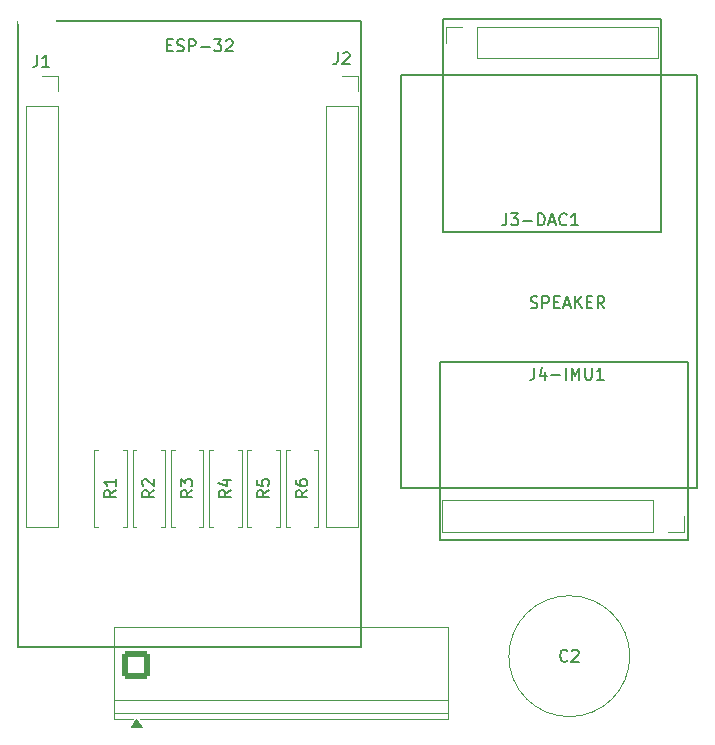
<source format=gto>
%TF.GenerationSoftware,KiCad,Pcbnew,9.0.5*%
%TF.CreationDate,2025-12-28T17:56:33+02:00*%
%TF.ProjectId,base-schematic-02,62617365-2d73-4636-9865-6d617469632d,rev?*%
%TF.SameCoordinates,Original*%
%TF.FileFunction,Legend,Top*%
%TF.FilePolarity,Positive*%
%FSLAX46Y46*%
G04 Gerber Fmt 4.6, Leading zero omitted, Abs format (unit mm)*
G04 Created by KiCad (PCBNEW 9.0.5) date 2025-12-28 17:56:33*
%MOMM*%
%LPD*%
G01*
G04 APERTURE LIST*
G04 Aperture macros list*
%AMRoundRect*
0 Rectangle with rounded corners*
0 $1 Rounding radius*
0 $2 $3 $4 $5 $6 $7 $8 $9 X,Y pos of 4 corners*
0 Add a 4 corners polygon primitive as box body*
4,1,4,$2,$3,$4,$5,$6,$7,$8,$9,$2,$3,0*
0 Add four circle primitives for the rounded corners*
1,1,$1+$1,$2,$3*
1,1,$1+$1,$4,$5*
1,1,$1+$1,$6,$7*
1,1,$1+$1,$8,$9*
0 Add four rect primitives between the rounded corners*
20,1,$1+$1,$2,$3,$4,$5,0*
20,1,$1+$1,$4,$5,$6,$7,0*
20,1,$1+$1,$6,$7,$8,$9,0*
20,1,$1+$1,$8,$9,$2,$3,0*%
G04 Aperture macros list end*
%ADD10C,0.200000*%
%ADD11C,0.150000*%
%ADD12C,0.120000*%
%ADD13R,1.700000X1.700000*%
%ADD14C,1.700000*%
%ADD15C,3.200000*%
%ADD16C,1.600000*%
%ADD17RoundRect,0.250001X-0.949999X-0.949999X0.949999X-0.949999X0.949999X0.949999X-0.949999X0.949999X0*%
%ADD18C,2.400000*%
G04 APERTURE END LIST*
D10*
X87709138Y-82394959D02*
X108709138Y-82394959D01*
X108709138Y-97394959D01*
X87709138Y-97394959D01*
X87709138Y-82394959D01*
X84450000Y-58025000D02*
X109450000Y-58025000D01*
X109450000Y-93025000D01*
X84450000Y-93025000D01*
X84450000Y-58025000D01*
X52000000Y-53460000D02*
X81000000Y-53460000D01*
X81000000Y-106460000D01*
X52000000Y-106460000D01*
X52000000Y-53460000D01*
X87950000Y-53335000D02*
X106450000Y-53335000D01*
X106450000Y-71335000D01*
X87950000Y-71335000D01*
X87950000Y-53335000D01*
D11*
X64588095Y-55531009D02*
X64921428Y-55531009D01*
X65064285Y-56054819D02*
X64588095Y-56054819D01*
X64588095Y-56054819D02*
X64588095Y-55054819D01*
X64588095Y-55054819D02*
X65064285Y-55054819D01*
X65445238Y-56007200D02*
X65588095Y-56054819D01*
X65588095Y-56054819D02*
X65826190Y-56054819D01*
X65826190Y-56054819D02*
X65921428Y-56007200D01*
X65921428Y-56007200D02*
X65969047Y-55959580D01*
X65969047Y-55959580D02*
X66016666Y-55864342D01*
X66016666Y-55864342D02*
X66016666Y-55769104D01*
X66016666Y-55769104D02*
X65969047Y-55673866D01*
X65969047Y-55673866D02*
X65921428Y-55626247D01*
X65921428Y-55626247D02*
X65826190Y-55578628D01*
X65826190Y-55578628D02*
X65635714Y-55531009D01*
X65635714Y-55531009D02*
X65540476Y-55483390D01*
X65540476Y-55483390D02*
X65492857Y-55435771D01*
X65492857Y-55435771D02*
X65445238Y-55340533D01*
X65445238Y-55340533D02*
X65445238Y-55245295D01*
X65445238Y-55245295D02*
X65492857Y-55150057D01*
X65492857Y-55150057D02*
X65540476Y-55102438D01*
X65540476Y-55102438D02*
X65635714Y-55054819D01*
X65635714Y-55054819D02*
X65873809Y-55054819D01*
X65873809Y-55054819D02*
X66016666Y-55102438D01*
X66445238Y-56054819D02*
X66445238Y-55054819D01*
X66445238Y-55054819D02*
X66826190Y-55054819D01*
X66826190Y-55054819D02*
X66921428Y-55102438D01*
X66921428Y-55102438D02*
X66969047Y-55150057D01*
X66969047Y-55150057D02*
X67016666Y-55245295D01*
X67016666Y-55245295D02*
X67016666Y-55388152D01*
X67016666Y-55388152D02*
X66969047Y-55483390D01*
X66969047Y-55483390D02*
X66921428Y-55531009D01*
X66921428Y-55531009D02*
X66826190Y-55578628D01*
X66826190Y-55578628D02*
X66445238Y-55578628D01*
X67445238Y-55673866D02*
X68207143Y-55673866D01*
X68588095Y-55054819D02*
X69207142Y-55054819D01*
X69207142Y-55054819D02*
X68873809Y-55435771D01*
X68873809Y-55435771D02*
X69016666Y-55435771D01*
X69016666Y-55435771D02*
X69111904Y-55483390D01*
X69111904Y-55483390D02*
X69159523Y-55531009D01*
X69159523Y-55531009D02*
X69207142Y-55626247D01*
X69207142Y-55626247D02*
X69207142Y-55864342D01*
X69207142Y-55864342D02*
X69159523Y-55959580D01*
X69159523Y-55959580D02*
X69111904Y-56007200D01*
X69111904Y-56007200D02*
X69016666Y-56054819D01*
X69016666Y-56054819D02*
X68730952Y-56054819D01*
X68730952Y-56054819D02*
X68635714Y-56007200D01*
X68635714Y-56007200D02*
X68588095Y-55959580D01*
X69588095Y-55150057D02*
X69635714Y-55102438D01*
X69635714Y-55102438D02*
X69730952Y-55054819D01*
X69730952Y-55054819D02*
X69969047Y-55054819D01*
X69969047Y-55054819D02*
X70064285Y-55102438D01*
X70064285Y-55102438D02*
X70111904Y-55150057D01*
X70111904Y-55150057D02*
X70159523Y-55245295D01*
X70159523Y-55245295D02*
X70159523Y-55340533D01*
X70159523Y-55340533D02*
X70111904Y-55483390D01*
X70111904Y-55483390D02*
X69540476Y-56054819D01*
X69540476Y-56054819D02*
X70159523Y-56054819D01*
X95380952Y-77757200D02*
X95523809Y-77804819D01*
X95523809Y-77804819D02*
X95761904Y-77804819D01*
X95761904Y-77804819D02*
X95857142Y-77757200D01*
X95857142Y-77757200D02*
X95904761Y-77709580D01*
X95904761Y-77709580D02*
X95952380Y-77614342D01*
X95952380Y-77614342D02*
X95952380Y-77519104D01*
X95952380Y-77519104D02*
X95904761Y-77423866D01*
X95904761Y-77423866D02*
X95857142Y-77376247D01*
X95857142Y-77376247D02*
X95761904Y-77328628D01*
X95761904Y-77328628D02*
X95571428Y-77281009D01*
X95571428Y-77281009D02*
X95476190Y-77233390D01*
X95476190Y-77233390D02*
X95428571Y-77185771D01*
X95428571Y-77185771D02*
X95380952Y-77090533D01*
X95380952Y-77090533D02*
X95380952Y-76995295D01*
X95380952Y-76995295D02*
X95428571Y-76900057D01*
X95428571Y-76900057D02*
X95476190Y-76852438D01*
X95476190Y-76852438D02*
X95571428Y-76804819D01*
X95571428Y-76804819D02*
X95809523Y-76804819D01*
X95809523Y-76804819D02*
X95952380Y-76852438D01*
X96380952Y-77804819D02*
X96380952Y-76804819D01*
X96380952Y-76804819D02*
X96761904Y-76804819D01*
X96761904Y-76804819D02*
X96857142Y-76852438D01*
X96857142Y-76852438D02*
X96904761Y-76900057D01*
X96904761Y-76900057D02*
X96952380Y-76995295D01*
X96952380Y-76995295D02*
X96952380Y-77138152D01*
X96952380Y-77138152D02*
X96904761Y-77233390D01*
X96904761Y-77233390D02*
X96857142Y-77281009D01*
X96857142Y-77281009D02*
X96761904Y-77328628D01*
X96761904Y-77328628D02*
X96380952Y-77328628D01*
X97380952Y-77281009D02*
X97714285Y-77281009D01*
X97857142Y-77804819D02*
X97380952Y-77804819D01*
X97380952Y-77804819D02*
X97380952Y-76804819D01*
X97380952Y-76804819D02*
X97857142Y-76804819D01*
X98238095Y-77519104D02*
X98714285Y-77519104D01*
X98142857Y-77804819D02*
X98476190Y-76804819D01*
X98476190Y-76804819D02*
X98809523Y-77804819D01*
X99142857Y-77804819D02*
X99142857Y-76804819D01*
X99714285Y-77804819D02*
X99285714Y-77233390D01*
X99714285Y-76804819D02*
X99142857Y-77376247D01*
X100142857Y-77281009D02*
X100476190Y-77281009D01*
X100619047Y-77804819D02*
X100142857Y-77804819D01*
X100142857Y-77804819D02*
X100142857Y-76804819D01*
X100142857Y-76804819D02*
X100619047Y-76804819D01*
X101619047Y-77804819D02*
X101285714Y-77328628D01*
X101047619Y-77804819D02*
X101047619Y-76804819D01*
X101047619Y-76804819D02*
X101428571Y-76804819D01*
X101428571Y-76804819D02*
X101523809Y-76852438D01*
X101523809Y-76852438D02*
X101571428Y-76900057D01*
X101571428Y-76900057D02*
X101619047Y-76995295D01*
X101619047Y-76995295D02*
X101619047Y-77138152D01*
X101619047Y-77138152D02*
X101571428Y-77233390D01*
X101571428Y-77233390D02*
X101523809Y-77281009D01*
X101523809Y-77281009D02*
X101428571Y-77328628D01*
X101428571Y-77328628D02*
X101047619Y-77328628D01*
X79066666Y-56144819D02*
X79066666Y-56859104D01*
X79066666Y-56859104D02*
X79019047Y-57001961D01*
X79019047Y-57001961D02*
X78923809Y-57097200D01*
X78923809Y-57097200D02*
X78780952Y-57144819D01*
X78780952Y-57144819D02*
X78685714Y-57144819D01*
X79495238Y-56240057D02*
X79542857Y-56192438D01*
X79542857Y-56192438D02*
X79638095Y-56144819D01*
X79638095Y-56144819D02*
X79876190Y-56144819D01*
X79876190Y-56144819D02*
X79971428Y-56192438D01*
X79971428Y-56192438D02*
X80019047Y-56240057D01*
X80019047Y-56240057D02*
X80066666Y-56335295D01*
X80066666Y-56335295D02*
X80066666Y-56430533D01*
X80066666Y-56430533D02*
X80019047Y-56573390D01*
X80019047Y-56573390D02*
X79447619Y-57144819D01*
X79447619Y-57144819D02*
X80066666Y-57144819D01*
X53606666Y-56374819D02*
X53606666Y-57089104D01*
X53606666Y-57089104D02*
X53559047Y-57231961D01*
X53559047Y-57231961D02*
X53463809Y-57327200D01*
X53463809Y-57327200D02*
X53320952Y-57374819D01*
X53320952Y-57374819D02*
X53225714Y-57374819D01*
X54606666Y-57374819D02*
X54035238Y-57374819D01*
X54320952Y-57374819D02*
X54320952Y-56374819D01*
X54320952Y-56374819D02*
X54225714Y-56517676D01*
X54225714Y-56517676D02*
X54130476Y-56612914D01*
X54130476Y-56612914D02*
X54035238Y-56660533D01*
X63507819Y-93231666D02*
X63031628Y-93564999D01*
X63507819Y-93803094D02*
X62507819Y-93803094D01*
X62507819Y-93803094D02*
X62507819Y-93422142D01*
X62507819Y-93422142D02*
X62555438Y-93326904D01*
X62555438Y-93326904D02*
X62603057Y-93279285D01*
X62603057Y-93279285D02*
X62698295Y-93231666D01*
X62698295Y-93231666D02*
X62841152Y-93231666D01*
X62841152Y-93231666D02*
X62936390Y-93279285D01*
X62936390Y-93279285D02*
X62984009Y-93326904D01*
X62984009Y-93326904D02*
X63031628Y-93422142D01*
X63031628Y-93422142D02*
X63031628Y-93803094D01*
X62603057Y-92850713D02*
X62555438Y-92803094D01*
X62555438Y-92803094D02*
X62507819Y-92707856D01*
X62507819Y-92707856D02*
X62507819Y-92469761D01*
X62507819Y-92469761D02*
X62555438Y-92374523D01*
X62555438Y-92374523D02*
X62603057Y-92326904D01*
X62603057Y-92326904D02*
X62698295Y-92279285D01*
X62698295Y-92279285D02*
X62793533Y-92279285D01*
X62793533Y-92279285D02*
X62936390Y-92326904D01*
X62936390Y-92326904D02*
X63507819Y-92898332D01*
X63507819Y-92898332D02*
X63507819Y-92279285D01*
X60264819Y-93231666D02*
X59788628Y-93564999D01*
X60264819Y-93803094D02*
X59264819Y-93803094D01*
X59264819Y-93803094D02*
X59264819Y-93422142D01*
X59264819Y-93422142D02*
X59312438Y-93326904D01*
X59312438Y-93326904D02*
X59360057Y-93279285D01*
X59360057Y-93279285D02*
X59455295Y-93231666D01*
X59455295Y-93231666D02*
X59598152Y-93231666D01*
X59598152Y-93231666D02*
X59693390Y-93279285D01*
X59693390Y-93279285D02*
X59741009Y-93326904D01*
X59741009Y-93326904D02*
X59788628Y-93422142D01*
X59788628Y-93422142D02*
X59788628Y-93803094D01*
X60264819Y-92279285D02*
X60264819Y-92850713D01*
X60264819Y-92564999D02*
X59264819Y-92564999D01*
X59264819Y-92564999D02*
X59407676Y-92660237D01*
X59407676Y-92660237D02*
X59502914Y-92755475D01*
X59502914Y-92755475D02*
X59550533Y-92850713D01*
X93337857Y-69789819D02*
X93337857Y-70504104D01*
X93337857Y-70504104D02*
X93290238Y-70646961D01*
X93290238Y-70646961D02*
X93195000Y-70742200D01*
X93195000Y-70742200D02*
X93052143Y-70789819D01*
X93052143Y-70789819D02*
X92956905Y-70789819D01*
X93718810Y-69789819D02*
X94337857Y-69789819D01*
X94337857Y-69789819D02*
X94004524Y-70170771D01*
X94004524Y-70170771D02*
X94147381Y-70170771D01*
X94147381Y-70170771D02*
X94242619Y-70218390D01*
X94242619Y-70218390D02*
X94290238Y-70266009D01*
X94290238Y-70266009D02*
X94337857Y-70361247D01*
X94337857Y-70361247D02*
X94337857Y-70599342D01*
X94337857Y-70599342D02*
X94290238Y-70694580D01*
X94290238Y-70694580D02*
X94242619Y-70742200D01*
X94242619Y-70742200D02*
X94147381Y-70789819D01*
X94147381Y-70789819D02*
X93861667Y-70789819D01*
X93861667Y-70789819D02*
X93766429Y-70742200D01*
X93766429Y-70742200D02*
X93718810Y-70694580D01*
X94766429Y-70408866D02*
X95528334Y-70408866D01*
X96004524Y-70789819D02*
X96004524Y-69789819D01*
X96004524Y-69789819D02*
X96242619Y-69789819D01*
X96242619Y-69789819D02*
X96385476Y-69837438D01*
X96385476Y-69837438D02*
X96480714Y-69932676D01*
X96480714Y-69932676D02*
X96528333Y-70027914D01*
X96528333Y-70027914D02*
X96575952Y-70218390D01*
X96575952Y-70218390D02*
X96575952Y-70361247D01*
X96575952Y-70361247D02*
X96528333Y-70551723D01*
X96528333Y-70551723D02*
X96480714Y-70646961D01*
X96480714Y-70646961D02*
X96385476Y-70742200D01*
X96385476Y-70742200D02*
X96242619Y-70789819D01*
X96242619Y-70789819D02*
X96004524Y-70789819D01*
X96956905Y-70504104D02*
X97433095Y-70504104D01*
X96861667Y-70789819D02*
X97195000Y-69789819D01*
X97195000Y-69789819D02*
X97528333Y-70789819D01*
X98433095Y-70694580D02*
X98385476Y-70742200D01*
X98385476Y-70742200D02*
X98242619Y-70789819D01*
X98242619Y-70789819D02*
X98147381Y-70789819D01*
X98147381Y-70789819D02*
X98004524Y-70742200D01*
X98004524Y-70742200D02*
X97909286Y-70646961D01*
X97909286Y-70646961D02*
X97861667Y-70551723D01*
X97861667Y-70551723D02*
X97814048Y-70361247D01*
X97814048Y-70361247D02*
X97814048Y-70218390D01*
X97814048Y-70218390D02*
X97861667Y-70027914D01*
X97861667Y-70027914D02*
X97909286Y-69932676D01*
X97909286Y-69932676D02*
X98004524Y-69837438D01*
X98004524Y-69837438D02*
X98147381Y-69789819D01*
X98147381Y-69789819D02*
X98242619Y-69789819D01*
X98242619Y-69789819D02*
X98385476Y-69837438D01*
X98385476Y-69837438D02*
X98433095Y-69885057D01*
X99385476Y-70789819D02*
X98814048Y-70789819D01*
X99099762Y-70789819D02*
X99099762Y-69789819D01*
X99099762Y-69789819D02*
X99004524Y-69932676D01*
X99004524Y-69932676D02*
X98909286Y-70027914D01*
X98909286Y-70027914D02*
X98814048Y-70075533D01*
X69993819Y-93231666D02*
X69517628Y-93564999D01*
X69993819Y-93803094D02*
X68993819Y-93803094D01*
X68993819Y-93803094D02*
X68993819Y-93422142D01*
X68993819Y-93422142D02*
X69041438Y-93326904D01*
X69041438Y-93326904D02*
X69089057Y-93279285D01*
X69089057Y-93279285D02*
X69184295Y-93231666D01*
X69184295Y-93231666D02*
X69327152Y-93231666D01*
X69327152Y-93231666D02*
X69422390Y-93279285D01*
X69422390Y-93279285D02*
X69470009Y-93326904D01*
X69470009Y-93326904D02*
X69517628Y-93422142D01*
X69517628Y-93422142D02*
X69517628Y-93803094D01*
X69327152Y-92374523D02*
X69993819Y-92374523D01*
X68946200Y-92612618D02*
X69660485Y-92850713D01*
X69660485Y-92850713D02*
X69660485Y-92231666D01*
X98493333Y-107629580D02*
X98445714Y-107677200D01*
X98445714Y-107677200D02*
X98302857Y-107724819D01*
X98302857Y-107724819D02*
X98207619Y-107724819D01*
X98207619Y-107724819D02*
X98064762Y-107677200D01*
X98064762Y-107677200D02*
X97969524Y-107581961D01*
X97969524Y-107581961D02*
X97921905Y-107486723D01*
X97921905Y-107486723D02*
X97874286Y-107296247D01*
X97874286Y-107296247D02*
X97874286Y-107153390D01*
X97874286Y-107153390D02*
X97921905Y-106962914D01*
X97921905Y-106962914D02*
X97969524Y-106867676D01*
X97969524Y-106867676D02*
X98064762Y-106772438D01*
X98064762Y-106772438D02*
X98207619Y-106724819D01*
X98207619Y-106724819D02*
X98302857Y-106724819D01*
X98302857Y-106724819D02*
X98445714Y-106772438D01*
X98445714Y-106772438D02*
X98493333Y-106820057D01*
X98874286Y-106820057D02*
X98921905Y-106772438D01*
X98921905Y-106772438D02*
X99017143Y-106724819D01*
X99017143Y-106724819D02*
X99255238Y-106724819D01*
X99255238Y-106724819D02*
X99350476Y-106772438D01*
X99350476Y-106772438D02*
X99398095Y-106820057D01*
X99398095Y-106820057D02*
X99445714Y-106915295D01*
X99445714Y-106915295D02*
X99445714Y-107010533D01*
X99445714Y-107010533D02*
X99398095Y-107153390D01*
X99398095Y-107153390D02*
X98826667Y-107724819D01*
X98826667Y-107724819D02*
X99445714Y-107724819D01*
X76479819Y-93231666D02*
X76003628Y-93564999D01*
X76479819Y-93803094D02*
X75479819Y-93803094D01*
X75479819Y-93803094D02*
X75479819Y-93422142D01*
X75479819Y-93422142D02*
X75527438Y-93326904D01*
X75527438Y-93326904D02*
X75575057Y-93279285D01*
X75575057Y-93279285D02*
X75670295Y-93231666D01*
X75670295Y-93231666D02*
X75813152Y-93231666D01*
X75813152Y-93231666D02*
X75908390Y-93279285D01*
X75908390Y-93279285D02*
X75956009Y-93326904D01*
X75956009Y-93326904D02*
X76003628Y-93422142D01*
X76003628Y-93422142D02*
X76003628Y-93803094D01*
X75479819Y-92374523D02*
X75479819Y-92564999D01*
X75479819Y-92564999D02*
X75527438Y-92660237D01*
X75527438Y-92660237D02*
X75575057Y-92707856D01*
X75575057Y-92707856D02*
X75717914Y-92803094D01*
X75717914Y-92803094D02*
X75908390Y-92850713D01*
X75908390Y-92850713D02*
X76289342Y-92850713D01*
X76289342Y-92850713D02*
X76384580Y-92803094D01*
X76384580Y-92803094D02*
X76432200Y-92755475D01*
X76432200Y-92755475D02*
X76479819Y-92660237D01*
X76479819Y-92660237D02*
X76479819Y-92469761D01*
X76479819Y-92469761D02*
X76432200Y-92374523D01*
X76432200Y-92374523D02*
X76384580Y-92326904D01*
X76384580Y-92326904D02*
X76289342Y-92279285D01*
X76289342Y-92279285D02*
X76051247Y-92279285D01*
X76051247Y-92279285D02*
X75956009Y-92326904D01*
X75956009Y-92326904D02*
X75908390Y-92374523D01*
X75908390Y-92374523D02*
X75860771Y-92469761D01*
X75860771Y-92469761D02*
X75860771Y-92660237D01*
X75860771Y-92660237D02*
X75908390Y-92755475D01*
X75908390Y-92755475D02*
X75956009Y-92803094D01*
X75956009Y-92803094D02*
X76051247Y-92850713D01*
X73236819Y-93231666D02*
X72760628Y-93564999D01*
X73236819Y-93803094D02*
X72236819Y-93803094D01*
X72236819Y-93803094D02*
X72236819Y-93422142D01*
X72236819Y-93422142D02*
X72284438Y-93326904D01*
X72284438Y-93326904D02*
X72332057Y-93279285D01*
X72332057Y-93279285D02*
X72427295Y-93231666D01*
X72427295Y-93231666D02*
X72570152Y-93231666D01*
X72570152Y-93231666D02*
X72665390Y-93279285D01*
X72665390Y-93279285D02*
X72713009Y-93326904D01*
X72713009Y-93326904D02*
X72760628Y-93422142D01*
X72760628Y-93422142D02*
X72760628Y-93803094D01*
X72236819Y-92326904D02*
X72236819Y-92803094D01*
X72236819Y-92803094D02*
X72713009Y-92850713D01*
X72713009Y-92850713D02*
X72665390Y-92803094D01*
X72665390Y-92803094D02*
X72617771Y-92707856D01*
X72617771Y-92707856D02*
X72617771Y-92469761D01*
X72617771Y-92469761D02*
X72665390Y-92374523D01*
X72665390Y-92374523D02*
X72713009Y-92326904D01*
X72713009Y-92326904D02*
X72808247Y-92279285D01*
X72808247Y-92279285D02*
X73046342Y-92279285D01*
X73046342Y-92279285D02*
X73141580Y-92326904D01*
X73141580Y-92326904D02*
X73189200Y-92374523D01*
X73189200Y-92374523D02*
X73236819Y-92469761D01*
X73236819Y-92469761D02*
X73236819Y-92707856D01*
X73236819Y-92707856D02*
X73189200Y-92803094D01*
X73189200Y-92803094D02*
X73141580Y-92850713D01*
X66750819Y-93231666D02*
X66274628Y-93564999D01*
X66750819Y-93803094D02*
X65750819Y-93803094D01*
X65750819Y-93803094D02*
X65750819Y-93422142D01*
X65750819Y-93422142D02*
X65798438Y-93326904D01*
X65798438Y-93326904D02*
X65846057Y-93279285D01*
X65846057Y-93279285D02*
X65941295Y-93231666D01*
X65941295Y-93231666D02*
X66084152Y-93231666D01*
X66084152Y-93231666D02*
X66179390Y-93279285D01*
X66179390Y-93279285D02*
X66227009Y-93326904D01*
X66227009Y-93326904D02*
X66274628Y-93422142D01*
X66274628Y-93422142D02*
X66274628Y-93803094D01*
X65750819Y-92898332D02*
X65750819Y-92279285D01*
X65750819Y-92279285D02*
X66131771Y-92612618D01*
X66131771Y-92612618D02*
X66131771Y-92469761D01*
X66131771Y-92469761D02*
X66179390Y-92374523D01*
X66179390Y-92374523D02*
X66227009Y-92326904D01*
X66227009Y-92326904D02*
X66322247Y-92279285D01*
X66322247Y-92279285D02*
X66560342Y-92279285D01*
X66560342Y-92279285D02*
X66655580Y-92326904D01*
X66655580Y-92326904D02*
X66703200Y-92374523D01*
X66703200Y-92374523D02*
X66750819Y-92469761D01*
X66750819Y-92469761D02*
X66750819Y-92755475D01*
X66750819Y-92755475D02*
X66703200Y-92850713D01*
X66703200Y-92850713D02*
X66655580Y-92898332D01*
X95707233Y-82849778D02*
X95707233Y-83564063D01*
X95707233Y-83564063D02*
X95659614Y-83706920D01*
X95659614Y-83706920D02*
X95564376Y-83802159D01*
X95564376Y-83802159D02*
X95421519Y-83849778D01*
X95421519Y-83849778D02*
X95326281Y-83849778D01*
X96611995Y-83183111D02*
X96611995Y-83849778D01*
X96373900Y-82802159D02*
X96135805Y-83516444D01*
X96135805Y-83516444D02*
X96754852Y-83516444D01*
X97135805Y-83468825D02*
X97897710Y-83468825D01*
X98373900Y-83849778D02*
X98373900Y-82849778D01*
X98850090Y-83849778D02*
X98850090Y-82849778D01*
X98850090Y-82849778D02*
X99183423Y-83564063D01*
X99183423Y-83564063D02*
X99516756Y-82849778D01*
X99516756Y-82849778D02*
X99516756Y-83849778D01*
X99992947Y-82849778D02*
X99992947Y-83659301D01*
X99992947Y-83659301D02*
X100040566Y-83754539D01*
X100040566Y-83754539D02*
X100088185Y-83802159D01*
X100088185Y-83802159D02*
X100183423Y-83849778D01*
X100183423Y-83849778D02*
X100373899Y-83849778D01*
X100373899Y-83849778D02*
X100469137Y-83802159D01*
X100469137Y-83802159D02*
X100516756Y-83754539D01*
X100516756Y-83754539D02*
X100564375Y-83659301D01*
X100564375Y-83659301D02*
X100564375Y-82849778D01*
X101564375Y-83849778D02*
X100992947Y-83849778D01*
X101278661Y-83849778D02*
X101278661Y-82849778D01*
X101278661Y-82849778D02*
X101183423Y-82992635D01*
X101183423Y-82992635D02*
X101088185Y-83087873D01*
X101088185Y-83087873D02*
X100992947Y-83135492D01*
D12*
%TO.C,J2*%
X78070000Y-60730000D02*
X78070000Y-96350000D01*
X78070000Y-60730000D02*
X80730000Y-60730000D01*
X78070000Y-96350000D02*
X80730000Y-96350000D01*
X79400000Y-58130000D02*
X80730000Y-58130000D01*
X80730000Y-58130000D02*
X80730000Y-59460000D01*
X80730000Y-60730000D02*
X80730000Y-96350000D01*
%TO.C,J1*%
X52670000Y-60730000D02*
X52670000Y-96350000D01*
X52670000Y-60730000D02*
X55330000Y-60730000D01*
X52670000Y-96350000D02*
X55330000Y-96350000D01*
X54000000Y-58130000D02*
X55330000Y-58130000D01*
X55330000Y-58130000D02*
X55330000Y-59460000D01*
X55330000Y-60730000D02*
X55330000Y-96350000D01*
%TO.C,R2*%
X61683000Y-89795000D02*
X61683000Y-96335000D01*
X61683000Y-96335000D02*
X62013000Y-96335000D01*
X62013000Y-89795000D02*
X61683000Y-89795000D01*
X64093000Y-89795000D02*
X64423000Y-89795000D01*
X64423000Y-89795000D02*
X64423000Y-96335000D01*
X64423000Y-96335000D02*
X64093000Y-96335000D01*
%TO.C,R1*%
X58440000Y-89795000D02*
X58440000Y-96335000D01*
X58440000Y-96335000D02*
X58770000Y-96335000D01*
X58770000Y-89795000D02*
X58440000Y-89795000D01*
X60850000Y-89795000D02*
X61180000Y-89795000D01*
X61180000Y-89795000D02*
X61180000Y-96335000D01*
X61180000Y-96335000D02*
X60850000Y-96335000D01*
%TO.C,J3-DAC1*%
X88240000Y-54005000D02*
X89570000Y-54005000D01*
X88240000Y-55335000D02*
X88240000Y-54005000D01*
X90840000Y-54005000D02*
X106140000Y-54005000D01*
X90840000Y-56665000D02*
X90840000Y-54005000D01*
X90840000Y-56665000D02*
X106140000Y-56665000D01*
X106140000Y-56665000D02*
X106140000Y-54005000D01*
%TO.C,R4*%
X68169000Y-89795000D02*
X68169000Y-96335000D01*
X68169000Y-96335000D02*
X68499000Y-96335000D01*
X68499000Y-89795000D02*
X68169000Y-89795000D01*
X70579000Y-89795000D02*
X70909000Y-89795000D01*
X70909000Y-89795000D02*
X70909000Y-96335000D01*
X70909000Y-96335000D02*
X70579000Y-96335000D01*
%TO.C,C2*%
X103780000Y-107270000D02*
G75*
G02*
X93540000Y-107270000I-5120000J0D01*
G01*
X93540000Y-107270000D02*
G75*
G02*
X103780000Y-107270000I5120000J0D01*
G01*
%TO.C,R6*%
X74655000Y-89795000D02*
X74655000Y-96335000D01*
X74655000Y-96335000D02*
X74985000Y-96335000D01*
X74985000Y-89795000D02*
X74655000Y-89795000D01*
X77065000Y-89795000D02*
X77395000Y-89795000D01*
X77395000Y-89795000D02*
X77395000Y-96335000D01*
X77395000Y-96335000D02*
X77065000Y-96335000D01*
%TO.C,R5*%
X71412000Y-89795000D02*
X71412000Y-96335000D01*
X71412000Y-96335000D02*
X71742000Y-96335000D01*
X71742000Y-89795000D02*
X71412000Y-89795000D01*
X73822000Y-89795000D02*
X74152000Y-89795000D01*
X74152000Y-89795000D02*
X74152000Y-96335000D01*
X74152000Y-96335000D02*
X73822000Y-96335000D01*
%TO.C,R3*%
X64926000Y-89795000D02*
X64926000Y-96335000D01*
X64926000Y-96335000D02*
X65256000Y-96335000D01*
X65256000Y-89795000D02*
X64926000Y-89795000D01*
X67336000Y-89795000D02*
X67666000Y-89795000D01*
X67666000Y-89795000D02*
X67666000Y-96335000D01*
X67666000Y-96335000D02*
X67336000Y-96335000D01*
%TO.C,J4*%
X60130000Y-104780000D02*
X88370000Y-104780000D01*
X60130000Y-111000000D02*
X88370000Y-111000000D01*
X60130000Y-112100000D02*
X88370000Y-112100000D01*
X60130000Y-112620000D02*
X60130000Y-104780000D01*
X61700000Y-112620000D02*
X60130000Y-112620000D01*
X88370000Y-104780000D02*
X88370000Y-112620000D01*
X88370000Y-112620000D02*
X62300000Y-112620000D01*
X62440000Y-113230000D02*
X61560000Y-113230000D01*
X62000000Y-112620000D01*
X62440000Y-113230000D01*
G36*
X62440000Y-113230000D02*
G01*
X61560000Y-113230000D01*
X62000000Y-112620000D01*
X62440000Y-113230000D01*
G37*
%TO.C,J4-IMU1*%
X87899138Y-94064959D02*
X87899138Y-96724959D01*
X105739138Y-94064959D02*
X87899138Y-94064959D01*
X105739138Y-94064959D02*
X105739138Y-96724959D01*
X105739138Y-96724959D02*
X87899138Y-96724959D01*
X108339138Y-95394959D02*
X108339138Y-96724959D01*
X108339138Y-96724959D02*
X107009138Y-96724959D01*
%TD*%
%LPC*%
D13*
%TO.C,J2*%
X79400000Y-59460000D03*
D14*
X79400000Y-62000000D03*
X79400000Y-64540000D03*
X79400000Y-67080000D03*
X79400000Y-69620000D03*
X79400000Y-72160000D03*
X79400000Y-74700000D03*
X79400000Y-77240000D03*
X79400000Y-79780000D03*
X79400000Y-82320000D03*
X79400000Y-84860000D03*
X79400000Y-87400000D03*
X79400000Y-89940000D03*
X79400000Y-92480000D03*
X79400000Y-95020000D03*
%TD*%
D13*
%TO.C,J1*%
X54000000Y-59460000D03*
D14*
X54000000Y-62000000D03*
X54000000Y-64540000D03*
X54000000Y-67080000D03*
X54000000Y-69620000D03*
X54000000Y-72160000D03*
X54000000Y-74700000D03*
X54000000Y-77240000D03*
X54000000Y-79780000D03*
X54000000Y-82320000D03*
X54000000Y-84860000D03*
X54000000Y-87400000D03*
X54000000Y-89940000D03*
X54000000Y-92480000D03*
X54000000Y-95020000D03*
%TD*%
D15*
%TO.C,H1*%
X53600000Y-53600000D03*
%TD*%
D16*
%TO.C,R2*%
X63053000Y-89255000D03*
X63053000Y-96875000D03*
%TD*%
%TO.C,R1*%
X59810000Y-89255000D03*
X59810000Y-96875000D03*
%TD*%
D13*
%TO.C,J3-DAC1*%
X89570000Y-55335000D03*
D14*
X92110000Y-55335000D03*
X94650000Y-55335000D03*
X97190000Y-55335000D03*
X99730000Y-55335000D03*
X102270000Y-55335000D03*
X104810000Y-55335000D03*
%TD*%
D15*
%TO.C,H4*%
X53600000Y-111400000D03*
%TD*%
D16*
%TO.C,R4*%
X69539000Y-89255000D03*
X69539000Y-96875000D03*
%TD*%
%TO.C,C2*%
X96160000Y-107270000D03*
X101160000Y-107270000D03*
%TD*%
%TO.C,R6*%
X76025000Y-89255000D03*
X76025000Y-96875000D03*
%TD*%
%TO.C,R5*%
X72782000Y-89255000D03*
X72782000Y-96875000D03*
%TD*%
%TO.C,R3*%
X66296000Y-89255000D03*
X66296000Y-96875000D03*
%TD*%
D17*
%TO.C,J4*%
X62000000Y-108000000D03*
D18*
X65500000Y-108000000D03*
X69000000Y-108000000D03*
X72500000Y-108000000D03*
X76000000Y-108000000D03*
X79500000Y-108000000D03*
X83000000Y-108000000D03*
X86500000Y-108000000D03*
%TD*%
D15*
%TO.C,H3*%
X111450000Y-111430000D03*
%TD*%
%TO.C,H2*%
X111400000Y-53600000D03*
%TD*%
D13*
%TO.C,J4-IMU1*%
X107009138Y-95394959D03*
D14*
X104469138Y-95394959D03*
X101929138Y-95394959D03*
X99389138Y-95394959D03*
X96849138Y-95394959D03*
X94309138Y-95394959D03*
X91769138Y-95394959D03*
X89229138Y-95394959D03*
%TD*%
%LPD*%
M02*

</source>
